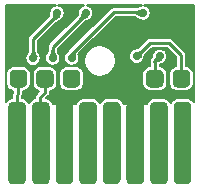
<source format=gbr>
G04 #@! TF.GenerationSoftware,KiCad,Pcbnew,(5.1.8-0-10_14)*
G04 #@! TF.CreationDate,2021-09-22T21:19:34-04:00*
G04 #@! TF.ProjectId,WiiComp,57696943-6f6d-4702-9e6b-696361645f70,1*
G04 #@! TF.SameCoordinates,Original*
G04 #@! TF.FileFunction,Copper,L2,Bot*
G04 #@! TF.FilePolarity,Positive*
%FSLAX46Y46*%
G04 Gerber Fmt 4.6, Leading zero omitted, Abs format (unit mm)*
G04 Created by KiCad (PCBNEW (5.1.8-0-10_14)) date 2021-09-22 21:19:34*
%MOMM*%
%LPD*%
G01*
G04 APERTURE LIST*
G04 #@! TA.AperFunction,ViaPad*
%ADD10C,0.700000*%
G04 #@! TD*
G04 #@! TA.AperFunction,Conductor*
%ADD11C,0.250000*%
G04 #@! TD*
G04 #@! TA.AperFunction,Conductor*
%ADD12C,0.200000*%
G04 #@! TD*
G04 #@! TA.AperFunction,Conductor*
%ADD13C,0.152400*%
G04 #@! TD*
G04 #@! TA.AperFunction,Conductor*
%ADD14C,0.025400*%
G04 #@! TD*
G04 APERTURE END LIST*
G04 #@! TA.AperFunction,ConnectorPad*
G36*
G01*
X150345000Y-82275000D02*
X150345000Y-81525000D01*
G75*
G02*
X150720000Y-81150000I375000J0D01*
G01*
X151470000Y-81150000D01*
G75*
G02*
X151845000Y-81525000I0J-375000D01*
G01*
X151845000Y-82275000D01*
G75*
G02*
X151470000Y-82650000I-375000J0D01*
G01*
X150720000Y-82650000D01*
G75*
G02*
X150345000Y-82275000I0J375000D01*
G01*
G37*
G04 #@! TD.AperFunction*
G04 #@! TA.AperFunction,ConnectorPad*
G36*
G01*
X148085000Y-82275000D02*
X148085000Y-81525000D01*
G75*
G02*
X148460000Y-81150000I375000J0D01*
G01*
X149210000Y-81150000D01*
G75*
G02*
X149585000Y-81525000I0J-375000D01*
G01*
X149585000Y-82275000D01*
G75*
G02*
X149210000Y-82650000I-375000J0D01*
G01*
X148460000Y-82650000D01*
G75*
G02*
X148085000Y-82275000I0J375000D01*
G01*
G37*
G04 #@! TD.AperFunction*
G04 #@! TA.AperFunction,ConnectorPad*
G36*
G01*
X145825000Y-82275000D02*
X145825000Y-81525000D01*
G75*
G02*
X146200000Y-81150000I375000J0D01*
G01*
X146950000Y-81150000D01*
G75*
G02*
X147325000Y-81525000I0J-375000D01*
G01*
X147325000Y-82275000D01*
G75*
G02*
X146950000Y-82650000I-375000J0D01*
G01*
X146200000Y-82650000D01*
G75*
G02*
X145825000Y-82275000I0J375000D01*
G01*
G37*
G04 #@! TD.AperFunction*
G04 #@! TA.AperFunction,ConnectorPad*
G36*
G01*
X141035000Y-82275000D02*
X141035000Y-81525000D01*
G75*
G02*
X141410000Y-81150000I375000J0D01*
G01*
X142160000Y-81150000D01*
G75*
G02*
X142535000Y-81525000I0J-375000D01*
G01*
X142535000Y-82275000D01*
G75*
G02*
X142160000Y-82650000I-375000J0D01*
G01*
X141410000Y-82650000D01*
G75*
G02*
X141035000Y-82275000I0J375000D01*
G01*
G37*
G04 #@! TD.AperFunction*
G04 #@! TA.AperFunction,ConnectorPad*
G36*
G01*
X138790000Y-82275000D02*
X138790000Y-81525000D01*
G75*
G02*
X139165000Y-81150000I375000J0D01*
G01*
X139915000Y-81150000D01*
G75*
G02*
X140290000Y-81525000I0J-375000D01*
G01*
X140290000Y-82275000D01*
G75*
G02*
X139915000Y-82650000I-375000J0D01*
G01*
X139165000Y-82650000D01*
G75*
G02*
X138790000Y-82275000I0J375000D01*
G01*
G37*
G04 #@! TD.AperFunction*
G04 #@! TA.AperFunction,ConnectorPad*
G36*
G01*
X136545000Y-82275000D02*
X136545000Y-81525000D01*
G75*
G02*
X136920000Y-81150000I375000J0D01*
G01*
X137670000Y-81150000D01*
G75*
G02*
X138045000Y-81525000I0J-375000D01*
G01*
X138045000Y-82275000D01*
G75*
G02*
X137670000Y-82650000I-375000J0D01*
G01*
X136920000Y-82650000D01*
G75*
G02*
X136545000Y-82275000I0J375000D01*
G01*
G37*
G04 #@! TD.AperFunction*
G04 #@! TA.AperFunction,SMDPad,CuDef*
G36*
G01*
X136440000Y-90485000D02*
X136440000Y-84235000D01*
G75*
G02*
X136815000Y-83860000I375000J0D01*
G01*
X137565000Y-83860000D01*
G75*
G02*
X137940000Y-84235000I0J-375000D01*
G01*
X137940000Y-90485000D01*
G75*
G02*
X137565000Y-90860000I-375000J0D01*
G01*
X136815000Y-90860000D01*
G75*
G02*
X136440000Y-90485000I0J375000D01*
G01*
G37*
G04 #@! TD.AperFunction*
G04 #@! TA.AperFunction,SMDPad,CuDef*
G36*
G01*
X138440000Y-90485000D02*
X138440000Y-84235000D01*
G75*
G02*
X138815000Y-83860000I375000J0D01*
G01*
X139565000Y-83860000D01*
G75*
G02*
X139940000Y-84235000I0J-375000D01*
G01*
X139940000Y-90485000D01*
G75*
G02*
X139565000Y-90860000I-375000J0D01*
G01*
X138815000Y-90860000D01*
G75*
G02*
X138440000Y-90485000I0J375000D01*
G01*
G37*
G04 #@! TD.AperFunction*
G04 #@! TA.AperFunction,SMDPad,CuDef*
G36*
G01*
X140440000Y-90485000D02*
X140440000Y-84235000D01*
G75*
G02*
X140815000Y-83860000I375000J0D01*
G01*
X141565000Y-83860000D01*
G75*
G02*
X141940000Y-84235000I0J-375000D01*
G01*
X141940000Y-90485000D01*
G75*
G02*
X141565000Y-90860000I-375000J0D01*
G01*
X140815000Y-90860000D01*
G75*
G02*
X140440000Y-90485000I0J375000D01*
G01*
G37*
G04 #@! TD.AperFunction*
G04 #@! TA.AperFunction,SMDPad,CuDef*
G36*
G01*
X142440000Y-90485000D02*
X142440000Y-84235000D01*
G75*
G02*
X142815000Y-83860000I375000J0D01*
G01*
X143565000Y-83860000D01*
G75*
G02*
X143940000Y-84235000I0J-375000D01*
G01*
X143940000Y-90485000D01*
G75*
G02*
X143565000Y-90860000I-375000J0D01*
G01*
X142815000Y-90860000D01*
G75*
G02*
X142440000Y-90485000I0J375000D01*
G01*
G37*
G04 #@! TD.AperFunction*
G04 #@! TA.AperFunction,SMDPad,CuDef*
G36*
G01*
X144440000Y-90485000D02*
X144440000Y-84235000D01*
G75*
G02*
X144815000Y-83860000I375000J0D01*
G01*
X145565000Y-83860000D01*
G75*
G02*
X145940000Y-84235000I0J-375000D01*
G01*
X145940000Y-90485000D01*
G75*
G02*
X145565000Y-90860000I-375000J0D01*
G01*
X144815000Y-90860000D01*
G75*
G02*
X144440000Y-90485000I0J375000D01*
G01*
G37*
G04 #@! TD.AperFunction*
G04 #@! TA.AperFunction,SMDPad,CuDef*
G36*
G01*
X146440000Y-90485000D02*
X146440000Y-84235000D01*
G75*
G02*
X146815000Y-83860000I375000J0D01*
G01*
X147565000Y-83860000D01*
G75*
G02*
X147940000Y-84235000I0J-375000D01*
G01*
X147940000Y-90485000D01*
G75*
G02*
X147565000Y-90860000I-375000J0D01*
G01*
X146815000Y-90860000D01*
G75*
G02*
X146440000Y-90485000I0J375000D01*
G01*
G37*
G04 #@! TD.AperFunction*
G04 #@! TA.AperFunction,SMDPad,CuDef*
G36*
G01*
X148440000Y-90485000D02*
X148440000Y-84235000D01*
G75*
G02*
X148815000Y-83860000I375000J0D01*
G01*
X149565000Y-83860000D01*
G75*
G02*
X149940000Y-84235000I0J-375000D01*
G01*
X149940000Y-90485000D01*
G75*
G02*
X149565000Y-90860000I-375000J0D01*
G01*
X148815000Y-90860000D01*
G75*
G02*
X148440000Y-90485000I0J375000D01*
G01*
G37*
G04 #@! TD.AperFunction*
G04 #@! TA.AperFunction,SMDPad,CuDef*
G36*
G01*
X150440000Y-90485000D02*
X150440000Y-84235000D01*
G75*
G02*
X150815000Y-83860000I375000J0D01*
G01*
X151565000Y-83860000D01*
G75*
G02*
X151940000Y-84235000I0J-375000D01*
G01*
X151940000Y-90485000D01*
G75*
G02*
X151565000Y-90860000I-375000J0D01*
G01*
X150815000Y-90860000D01*
G75*
G02*
X150440000Y-90485000I0J375000D01*
G01*
G37*
G04 #@! TD.AperFunction*
D10*
X146070000Y-79500000D03*
X139320000Y-79300000D03*
X149960000Y-83200000D03*
X138260000Y-83250000D03*
X136630000Y-78690000D03*
X149250000Y-80020000D03*
X147300000Y-79999998D03*
X140560000Y-76350000D03*
X138540000Y-80170000D03*
X147830000Y-76350000D03*
X141810000Y-80159998D03*
X142980000Y-76340000D03*
X140200000Y-80160008D03*
D11*
X137190000Y-83250000D02*
X137190000Y-87010000D01*
X137280000Y-83160000D02*
X137190000Y-83250000D01*
X137280000Y-81900000D02*
X137280000Y-83160000D01*
X141190000Y-87220000D02*
X141190000Y-83590000D01*
X147190000Y-87360000D02*
X147190000Y-83660000D01*
X148820000Y-81900000D02*
X148820000Y-80450000D01*
X148820000Y-80450000D02*
X149250000Y-80020000D01*
X148409998Y-78890000D02*
X147300000Y-79999998D01*
X150060000Y-78890000D02*
X148409998Y-78890000D01*
X151095000Y-79925000D02*
X150060000Y-78890000D01*
X151095000Y-81900000D02*
X151095000Y-79925000D01*
X139540000Y-83080000D02*
X139160000Y-83460000D01*
X139160000Y-83460000D02*
X139160000Y-87320000D01*
X139540000Y-81900000D02*
X139540000Y-83080000D01*
X138540000Y-78520000D02*
X138540000Y-80170000D01*
X140560000Y-76500000D02*
X138540000Y-78520000D01*
X140560000Y-76270000D02*
X140560000Y-76500000D01*
X145350000Y-76270000D02*
X141810000Y-79810000D01*
X141810000Y-79810000D02*
X141810000Y-80159998D01*
X147830000Y-76270000D02*
X145350000Y-76270000D01*
X140200000Y-79200000D02*
X140200000Y-80160008D01*
X142980000Y-76420000D02*
X140200000Y-79200000D01*
X142980000Y-76340000D02*
X142980000Y-76420000D01*
D12*
X140370402Y-75724979D02*
X140252110Y-75773978D01*
X140145649Y-75845112D01*
X140055112Y-75935649D01*
X139983978Y-76042110D01*
X139934979Y-76160402D01*
X139910000Y-76285981D01*
X139910000Y-76348323D01*
X139909340Y-76396223D01*
X139909313Y-76401140D01*
X139909451Y-76453821D01*
X139909105Y-76494700D01*
X139907666Y-76520983D01*
X139905803Y-76534224D01*
X139904436Y-76539377D01*
X139902443Y-76544119D01*
X139895730Y-76555458D01*
X139879142Y-76577138D01*
X139845321Y-76613638D01*
X138254243Y-78204717D01*
X138238026Y-78218026D01*
X138184916Y-78282741D01*
X138145452Y-78356574D01*
X138121150Y-78436687D01*
X138115000Y-78499127D01*
X138115000Y-78499133D01*
X138112945Y-78520000D01*
X138115000Y-78540867D01*
X138115001Y-79475236D01*
X138113029Y-79537418D01*
X138108594Y-79578117D01*
X138102987Y-79605510D01*
X138096635Y-79625684D01*
X138088038Y-79645804D01*
X138074358Y-79671999D01*
X138053452Y-79708045D01*
X138026910Y-79752867D01*
X138023871Y-79758118D01*
X137994639Y-79809840D01*
X137988956Y-79820382D01*
X137979306Y-79839170D01*
X137963978Y-79862110D01*
X137914979Y-79980402D01*
X137890000Y-80105981D01*
X137890000Y-80234019D01*
X137914979Y-80359598D01*
X137963978Y-80477890D01*
X138035112Y-80584351D01*
X138125649Y-80674888D01*
X138232110Y-80746022D01*
X138350402Y-80795021D01*
X138475981Y-80820000D01*
X138604019Y-80820000D01*
X138729598Y-80795021D01*
X138847890Y-80746022D01*
X138954351Y-80674888D01*
X139044888Y-80584351D01*
X139116022Y-80477890D01*
X139165021Y-80359598D01*
X139190000Y-80234019D01*
X139190000Y-80105981D01*
X139165021Y-79980402D01*
X139116022Y-79862110D01*
X139100691Y-79839166D01*
X139091041Y-79820378D01*
X139085360Y-79809840D01*
X139056128Y-79758118D01*
X139053089Y-79752867D01*
X139026547Y-79708045D01*
X139005641Y-79671999D01*
X138991961Y-79645804D01*
X138983364Y-79625684D01*
X138977012Y-79605510D01*
X138971405Y-79578117D01*
X138966970Y-79537418D01*
X138965000Y-79475259D01*
X138965000Y-78696040D01*
X140447841Y-77213200D01*
X140503557Y-77160125D01*
X140547518Y-77122696D01*
X140584750Y-77094794D01*
X140619017Y-77072286D01*
X140655117Y-77051137D01*
X140697210Y-77028109D01*
X140744679Y-77002237D01*
X140751041Y-76998669D01*
X140801720Y-76969427D01*
X140812503Y-76962899D01*
X140867922Y-76927739D01*
X140880357Y-76919407D01*
X140924780Y-76888010D01*
X140974351Y-76854888D01*
X141064888Y-76764351D01*
X141136022Y-76657890D01*
X141185021Y-76539598D01*
X141210000Y-76414019D01*
X141210000Y-76285981D01*
X141185021Y-76160402D01*
X141136022Y-76042110D01*
X141064888Y-75935649D01*
X140974351Y-75845112D01*
X140867890Y-75773978D01*
X140749598Y-75724979D01*
X140624019Y-75700000D01*
X142865707Y-75700000D01*
X142790402Y-75714979D01*
X142672110Y-75763978D01*
X142565649Y-75835112D01*
X142475112Y-75925649D01*
X142403978Y-76032110D01*
X142354979Y-76150402D01*
X142330000Y-76275981D01*
X142330000Y-76290355D01*
X142328876Y-76297610D01*
X142327741Y-76305656D01*
X142320503Y-76362513D01*
X142320399Y-76363338D01*
X142314544Y-76410369D01*
X142309393Y-76443593D01*
X142304766Y-76464181D01*
X142300523Y-76476913D01*
X142294847Y-76488923D01*
X142283643Y-76506731D01*
X142262068Y-76534142D01*
X142223317Y-76575643D01*
X139914243Y-78884717D01*
X139898026Y-78898026D01*
X139844916Y-78962741D01*
X139805452Y-79036574D01*
X139798358Y-79059960D01*
X139782737Y-79111457D01*
X139781150Y-79116687D01*
X139775000Y-79179127D01*
X139775000Y-79179133D01*
X139772945Y-79200000D01*
X139775000Y-79220867D01*
X139775000Y-79465253D01*
X139773029Y-79527426D01*
X139768594Y-79568125D01*
X139762987Y-79595518D01*
X139756635Y-79615692D01*
X139748038Y-79635812D01*
X139734358Y-79662007D01*
X139713452Y-79698053D01*
X139686910Y-79742875D01*
X139683871Y-79748126D01*
X139654639Y-79799848D01*
X139648956Y-79810390D01*
X139639306Y-79829178D01*
X139623978Y-79852118D01*
X139574979Y-79970410D01*
X139550000Y-80095989D01*
X139550000Y-80224027D01*
X139574979Y-80349606D01*
X139623978Y-80467898D01*
X139695112Y-80574359D01*
X139785649Y-80664896D01*
X139892110Y-80736030D01*
X140010402Y-80785029D01*
X140135981Y-80810008D01*
X140264019Y-80810008D01*
X140389598Y-80785029D01*
X140507890Y-80736030D01*
X140614351Y-80664896D01*
X140704888Y-80574359D01*
X140776022Y-80467898D01*
X140825021Y-80349606D01*
X140850000Y-80224027D01*
X140850000Y-80095989D01*
X140825021Y-79970410D01*
X140776022Y-79852118D01*
X140760691Y-79829174D01*
X140751041Y-79810386D01*
X140745360Y-79799848D01*
X140716128Y-79748126D01*
X140713089Y-79742875D01*
X140686547Y-79698053D01*
X140665641Y-79662007D01*
X140651961Y-79635812D01*
X140643364Y-79615692D01*
X140637012Y-79595518D01*
X140631405Y-79568125D01*
X140626970Y-79527426D01*
X140625000Y-79465267D01*
X140625000Y-79376040D01*
X142825102Y-77175939D01*
X142876746Y-77127026D01*
X142915857Y-77094495D01*
X142947331Y-77072114D01*
X142975071Y-77055575D01*
X143004403Y-77040887D01*
X143040582Y-77025090D01*
X143086017Y-77006467D01*
X143088109Y-77005600D01*
X143140337Y-76983731D01*
X143148857Y-76980007D01*
X143206426Y-76953776D01*
X143218490Y-76947951D01*
X143251462Y-76931111D01*
X143287890Y-76916022D01*
X143394351Y-76844888D01*
X143484888Y-76754351D01*
X143556022Y-76647890D01*
X143605021Y-76529598D01*
X143630000Y-76404019D01*
X143630000Y-76275981D01*
X143605021Y-76150402D01*
X143556022Y-76032110D01*
X143484888Y-75925649D01*
X143394351Y-75835112D01*
X143287890Y-75763978D01*
X143169598Y-75714979D01*
X143094293Y-75700000D01*
X147765981Y-75700000D01*
X147640402Y-75724979D01*
X147625071Y-75731329D01*
X147609299Y-75735269D01*
X147595357Y-75739111D01*
X147533885Y-75757655D01*
X147523262Y-75761076D01*
X147469001Y-75779673D01*
X147464400Y-75781292D01*
X147416125Y-75798719D01*
X147375040Y-75812984D01*
X147339724Y-75823624D01*
X147304548Y-75831839D01*
X147263081Y-75838408D01*
X147209595Y-75843080D01*
X147136073Y-75845000D01*
X145370866Y-75845000D01*
X145349999Y-75842945D01*
X145329132Y-75845000D01*
X145329126Y-75845000D01*
X145275098Y-75850321D01*
X145266685Y-75851150D01*
X145242383Y-75858522D01*
X145186573Y-75875452D01*
X145112740Y-75914916D01*
X145048026Y-75968026D01*
X145034721Y-75984238D01*
X141524243Y-79494716D01*
X141508026Y-79508026D01*
X141454916Y-79572741D01*
X141431672Y-79616227D01*
X141396379Y-79653543D01*
X141349520Y-79701239D01*
X141305112Y-79745647D01*
X141233978Y-79852108D01*
X141184979Y-79970400D01*
X141160000Y-80095979D01*
X141160000Y-80224017D01*
X141184979Y-80349596D01*
X141233978Y-80467888D01*
X141305112Y-80574349D01*
X141395649Y-80664886D01*
X141502110Y-80736020D01*
X141620402Y-80785019D01*
X141745981Y-80809998D01*
X141874019Y-80809998D01*
X141999598Y-80785019D01*
X142117890Y-80736020D01*
X142224351Y-80664886D01*
X142314888Y-80574349D01*
X142386022Y-80467888D01*
X142435021Y-80349596D01*
X142451247Y-80268018D01*
X142849960Y-80268018D01*
X142849960Y-80531982D01*
X142901457Y-80790875D01*
X143002472Y-81034747D01*
X143149123Y-81254226D01*
X143335774Y-81440877D01*
X143555253Y-81587528D01*
X143799125Y-81688543D01*
X144058018Y-81740040D01*
X144321982Y-81740040D01*
X144580875Y-81688543D01*
X144824747Y-81587528D01*
X144918326Y-81525000D01*
X147783549Y-81525000D01*
X147783549Y-82275000D01*
X147796547Y-82406969D01*
X147835041Y-82533867D01*
X147897552Y-82650816D01*
X147981677Y-82753323D01*
X148084184Y-82837448D01*
X148201133Y-82899959D01*
X148328031Y-82938453D01*
X148460000Y-82951451D01*
X149210000Y-82951451D01*
X149341969Y-82938453D01*
X149468867Y-82899959D01*
X149585816Y-82837448D01*
X149688323Y-82753323D01*
X149772448Y-82650816D01*
X149834959Y-82533867D01*
X149873453Y-82406969D01*
X149886451Y-82275000D01*
X149886451Y-81525000D01*
X149873453Y-81393031D01*
X149834959Y-81266133D01*
X149772448Y-81149184D01*
X149688323Y-81046677D01*
X149585816Y-80962552D01*
X149468867Y-80900041D01*
X149341969Y-80861547D01*
X149245000Y-80851996D01*
X149245000Y-80673848D01*
X149269337Y-80672320D01*
X149289777Y-80670332D01*
X149292293Y-80670000D01*
X149314019Y-80670000D01*
X149439598Y-80645021D01*
X149557890Y-80596022D01*
X149664351Y-80524888D01*
X149754888Y-80434351D01*
X149826022Y-80327890D01*
X149875021Y-80209598D01*
X149900000Y-80084019D01*
X149900000Y-79955981D01*
X149875021Y-79830402D01*
X149826022Y-79712110D01*
X149754888Y-79605649D01*
X149664351Y-79515112D01*
X149557890Y-79443978D01*
X149439598Y-79394979D01*
X149314019Y-79370000D01*
X149185981Y-79370000D01*
X149060402Y-79394979D01*
X148942110Y-79443978D01*
X148835649Y-79515112D01*
X148745112Y-79605649D01*
X148673978Y-79712110D01*
X148624979Y-79830402D01*
X148600000Y-79955981D01*
X148600000Y-80006705D01*
X148598045Y-80028696D01*
X148596329Y-80032124D01*
X148584699Y-80049266D01*
X148559910Y-80081419D01*
X148557054Y-80085185D01*
X148526714Y-80125848D01*
X148512113Y-80147293D01*
X148492072Y-80179652D01*
X148464917Y-80212740D01*
X148451921Y-80237055D01*
X148425453Y-80286573D01*
X148401150Y-80366686D01*
X148392945Y-80450000D01*
X148395001Y-80470876D01*
X148395001Y-80854951D01*
X148328031Y-80861547D01*
X148201133Y-80900041D01*
X148084184Y-80962552D01*
X147981677Y-81046677D01*
X147897552Y-81149184D01*
X147835041Y-81266133D01*
X147796547Y-81393031D01*
X147783549Y-81525000D01*
X144918326Y-81525000D01*
X145044226Y-81440877D01*
X145230877Y-81254226D01*
X145377528Y-81034747D01*
X145478543Y-80790875D01*
X145530040Y-80531982D01*
X145530040Y-80268018D01*
X145478543Y-80009125D01*
X145448245Y-79935979D01*
X146650000Y-79935979D01*
X146650000Y-80064017D01*
X146674979Y-80189596D01*
X146723978Y-80307888D01*
X146795112Y-80414349D01*
X146885649Y-80504886D01*
X146992110Y-80576020D01*
X147110402Y-80625019D01*
X147235981Y-80649998D01*
X147364019Y-80649998D01*
X147489598Y-80625019D01*
X147607890Y-80576020D01*
X147714351Y-80504886D01*
X147804888Y-80414349D01*
X147876022Y-80307888D01*
X147925021Y-80189596D01*
X147930408Y-80162513D01*
X147936864Y-80142420D01*
X147940298Y-80130954D01*
X147956201Y-80073711D01*
X147957767Y-80067843D01*
X147970696Y-80017364D01*
X147981391Y-79977133D01*
X147990246Y-79948922D01*
X147998398Y-79928607D01*
X148008169Y-79909855D01*
X148023571Y-79886524D01*
X148049210Y-79854616D01*
X148091778Y-79809261D01*
X148586039Y-79315000D01*
X149883960Y-79315000D01*
X150670001Y-80101042D01*
X150670001Y-80853474D01*
X150588031Y-80861547D01*
X150461133Y-80900041D01*
X150344184Y-80962552D01*
X150241677Y-81046677D01*
X150157552Y-81149184D01*
X150095041Y-81266133D01*
X150056547Y-81393031D01*
X150043549Y-81525000D01*
X150043549Y-82275000D01*
X150056547Y-82406969D01*
X150095041Y-82533867D01*
X150157552Y-82650816D01*
X150241677Y-82753323D01*
X150344184Y-82837448D01*
X150461133Y-82899959D01*
X150588031Y-82938453D01*
X150720000Y-82951451D01*
X151470000Y-82951451D01*
X151601969Y-82938453D01*
X151728867Y-82899959D01*
X151845816Y-82837448D01*
X151948323Y-82753323D01*
X152032448Y-82650816D01*
X152094959Y-82533867D01*
X152133453Y-82406969D01*
X152146451Y-82275000D01*
X152146451Y-81525000D01*
X152133453Y-81393031D01*
X152094959Y-81266133D01*
X152032448Y-81149184D01*
X151948323Y-81046677D01*
X151845816Y-80962552D01*
X151728867Y-80900041D01*
X151601969Y-80861547D01*
X151520000Y-80853474D01*
X151520000Y-79945866D01*
X151522055Y-79924999D01*
X151520000Y-79904132D01*
X151520000Y-79904126D01*
X151513850Y-79841686D01*
X151512299Y-79836571D01*
X151504390Y-79810501D01*
X151489548Y-79761573D01*
X151450084Y-79687740D01*
X151396974Y-79623026D01*
X151380762Y-79609721D01*
X150375283Y-78604243D01*
X150361974Y-78588026D01*
X150297260Y-78534916D01*
X150223427Y-78495452D01*
X150143314Y-78471150D01*
X150080874Y-78465000D01*
X150080867Y-78465000D01*
X150060000Y-78462945D01*
X150039133Y-78465000D01*
X148430864Y-78465000D01*
X148409997Y-78462945D01*
X148389130Y-78465000D01*
X148389124Y-78465000D01*
X148335096Y-78470321D01*
X148326683Y-78471150D01*
X148302381Y-78478522D01*
X148246571Y-78495452D01*
X148172738Y-78534916D01*
X148108024Y-78588026D01*
X148094719Y-78604238D01*
X147490742Y-79208216D01*
X147445382Y-79250787D01*
X147413473Y-79276426D01*
X147390142Y-79291828D01*
X147371390Y-79301599D01*
X147351075Y-79309751D01*
X147322864Y-79318606D01*
X147282633Y-79329301D01*
X147232154Y-79342230D01*
X147226286Y-79343796D01*
X147169043Y-79359699D01*
X147157571Y-79363134D01*
X147137470Y-79369593D01*
X147110402Y-79374977D01*
X146992110Y-79423976D01*
X146885649Y-79495110D01*
X146795112Y-79585647D01*
X146723978Y-79692108D01*
X146674979Y-79810400D01*
X146650000Y-79935979D01*
X145448245Y-79935979D01*
X145377528Y-79765253D01*
X145230877Y-79545774D01*
X145044226Y-79359123D01*
X144824747Y-79212472D01*
X144580875Y-79111457D01*
X144321982Y-79059960D01*
X144058018Y-79059960D01*
X143799125Y-79111457D01*
X143555253Y-79212472D01*
X143335774Y-79359123D01*
X143149123Y-79545774D01*
X143002472Y-79765253D01*
X142901457Y-80009125D01*
X142849960Y-80268018D01*
X142451247Y-80268018D01*
X142460000Y-80224017D01*
X142460000Y-80095979D01*
X142435021Y-79970400D01*
X142386022Y-79852108D01*
X142380927Y-79844483D01*
X142379638Y-79841402D01*
X145526041Y-76695000D01*
X147134562Y-76695000D01*
X147187596Y-76696920D01*
X147218213Y-76700785D01*
X147234620Y-76704760D01*
X147243054Y-76707994D01*
X147251199Y-76712396D01*
X147265323Y-76722169D01*
X147288622Y-76741055D01*
X147322077Y-76770317D01*
X147363457Y-76806760D01*
X147368592Y-76811181D01*
X147389706Y-76828945D01*
X147415649Y-76854888D01*
X147522110Y-76926022D01*
X147640402Y-76975021D01*
X147765981Y-77000000D01*
X147894019Y-77000000D01*
X148019598Y-76975021D01*
X148137890Y-76926022D01*
X148244351Y-76854888D01*
X148334888Y-76764351D01*
X148406022Y-76657890D01*
X148455021Y-76539598D01*
X148480000Y-76414019D01*
X148480000Y-76285981D01*
X148455021Y-76160402D01*
X148406022Y-76042110D01*
X148334888Y-75935649D01*
X148244351Y-75845112D01*
X148137890Y-75773978D01*
X148019598Y-75724979D01*
X147894019Y-75700000D01*
X152150000Y-75700000D01*
X152150001Y-83901377D01*
X152127448Y-83859184D01*
X152043323Y-83756677D01*
X151940816Y-83672552D01*
X151823867Y-83610041D01*
X151696969Y-83571547D01*
X151565000Y-83558549D01*
X150815000Y-83558549D01*
X150683031Y-83571547D01*
X150556133Y-83610041D01*
X150439184Y-83672552D01*
X150336677Y-83756677D01*
X150252552Y-83859184D01*
X150190041Y-83976133D01*
X150190000Y-83976268D01*
X150189959Y-83976133D01*
X150127448Y-83859184D01*
X150043323Y-83756677D01*
X149940816Y-83672552D01*
X149823867Y-83610041D01*
X149696969Y-83571547D01*
X149565000Y-83558549D01*
X148815000Y-83558549D01*
X148683031Y-83571547D01*
X148556133Y-83610041D01*
X148439184Y-83672552D01*
X148336677Y-83756677D01*
X148252552Y-83859184D01*
X148190041Y-83976133D01*
X148176734Y-84020000D01*
X146203266Y-84020000D01*
X146189959Y-83976133D01*
X146127448Y-83859184D01*
X146043323Y-83756677D01*
X145940816Y-83672552D01*
X145823867Y-83610041D01*
X145696969Y-83571547D01*
X145565000Y-83558549D01*
X144815000Y-83558549D01*
X144683031Y-83571547D01*
X144556133Y-83610041D01*
X144439184Y-83672552D01*
X144336677Y-83756677D01*
X144252552Y-83859184D01*
X144190041Y-83976133D01*
X144190000Y-83976268D01*
X144189959Y-83976133D01*
X144127448Y-83859184D01*
X144043323Y-83756677D01*
X143940816Y-83672552D01*
X143823867Y-83610041D01*
X143696969Y-83571547D01*
X143565000Y-83558549D01*
X142815000Y-83558549D01*
X142683031Y-83571547D01*
X142556133Y-83610041D01*
X142439184Y-83672552D01*
X142336677Y-83756677D01*
X142252552Y-83859184D01*
X142190041Y-83976133D01*
X142176734Y-84020000D01*
X140203266Y-84020000D01*
X140189959Y-83976133D01*
X140127448Y-83859184D01*
X140043323Y-83756677D01*
X139940816Y-83672552D01*
X139823867Y-83610041D01*
X139696969Y-83571547D01*
X139653750Y-83567290D01*
X139825762Y-83395279D01*
X139841974Y-83381974D01*
X139895084Y-83317260D01*
X139934548Y-83243427D01*
X139958850Y-83163314D01*
X139965000Y-83100874D01*
X139965000Y-83100868D01*
X139967055Y-83080001D01*
X139965000Y-83059134D01*
X139965000Y-82946526D01*
X140046969Y-82938453D01*
X140173867Y-82899959D01*
X140290816Y-82837448D01*
X140393323Y-82753323D01*
X140477448Y-82650816D01*
X140539959Y-82533867D01*
X140578453Y-82406969D01*
X140591451Y-82275000D01*
X140591451Y-81525000D01*
X140733549Y-81525000D01*
X140733549Y-82275000D01*
X140746547Y-82406969D01*
X140785041Y-82533867D01*
X140847552Y-82650816D01*
X140931677Y-82753323D01*
X141034184Y-82837448D01*
X141151133Y-82899959D01*
X141278031Y-82938453D01*
X141410000Y-82951451D01*
X142160000Y-82951451D01*
X142291969Y-82938453D01*
X142418867Y-82899959D01*
X142535816Y-82837448D01*
X142638323Y-82753323D01*
X142722448Y-82650816D01*
X142784959Y-82533867D01*
X142823453Y-82406969D01*
X142836451Y-82275000D01*
X142836451Y-81525000D01*
X142823453Y-81393031D01*
X142784959Y-81266133D01*
X142722448Y-81149184D01*
X142638323Y-81046677D01*
X142535816Y-80962552D01*
X142418867Y-80900041D01*
X142291969Y-80861547D01*
X142160000Y-80848549D01*
X141410000Y-80848549D01*
X141278031Y-80861547D01*
X141151133Y-80900041D01*
X141034184Y-80962552D01*
X140931677Y-81046677D01*
X140847552Y-81149184D01*
X140785041Y-81266133D01*
X140746547Y-81393031D01*
X140733549Y-81525000D01*
X140591451Y-81525000D01*
X140578453Y-81393031D01*
X140539959Y-81266133D01*
X140477448Y-81149184D01*
X140393323Y-81046677D01*
X140290816Y-80962552D01*
X140173867Y-80900041D01*
X140046969Y-80861547D01*
X139915000Y-80848549D01*
X139165000Y-80848549D01*
X139033031Y-80861547D01*
X138906133Y-80900041D01*
X138789184Y-80962552D01*
X138686677Y-81046677D01*
X138602552Y-81149184D01*
X138540041Y-81266133D01*
X138501547Y-81393031D01*
X138488549Y-81525000D01*
X138488549Y-82275000D01*
X138501547Y-82406969D01*
X138540041Y-82533867D01*
X138602552Y-82650816D01*
X138686677Y-82753323D01*
X138789184Y-82837448D01*
X138906133Y-82899959D01*
X139033031Y-82938453D01*
X139076250Y-82942710D01*
X138874243Y-83144717D01*
X138858026Y-83158026D01*
X138804916Y-83222741D01*
X138765452Y-83296574D01*
X138741150Y-83376687D01*
X138735000Y-83439127D01*
X138735000Y-83439133D01*
X138732945Y-83460000D01*
X138735000Y-83480867D01*
X138735000Y-83566428D01*
X138683031Y-83571547D01*
X138556133Y-83610041D01*
X138439184Y-83672552D01*
X138336677Y-83756677D01*
X138252552Y-83859184D01*
X138190041Y-83976133D01*
X138190000Y-83976268D01*
X138189959Y-83976133D01*
X138127448Y-83859184D01*
X138043323Y-83756677D01*
X137940816Y-83672552D01*
X137823867Y-83610041D01*
X137696969Y-83571547D01*
X137615000Y-83563474D01*
X137615000Y-83421732D01*
X137635084Y-83397260D01*
X137674548Y-83323427D01*
X137696822Y-83250000D01*
X137698850Y-83243315D01*
X137700876Y-83222740D01*
X137705000Y-83180874D01*
X137705000Y-83180868D01*
X137707055Y-83160001D01*
X137705000Y-83139134D01*
X137705000Y-82948004D01*
X137801969Y-82938453D01*
X137928867Y-82899959D01*
X138045816Y-82837448D01*
X138148323Y-82753323D01*
X138232448Y-82650816D01*
X138294959Y-82533867D01*
X138333453Y-82406969D01*
X138346451Y-82275000D01*
X138346451Y-81525000D01*
X138333453Y-81393031D01*
X138294959Y-81266133D01*
X138232448Y-81149184D01*
X138148323Y-81046677D01*
X138045816Y-80962552D01*
X137928867Y-80900041D01*
X137801969Y-80861547D01*
X137670000Y-80848549D01*
X136920000Y-80848549D01*
X136788031Y-80861547D01*
X136661133Y-80900041D01*
X136544184Y-80962552D01*
X136441677Y-81046677D01*
X136357552Y-81149184D01*
X136295041Y-81266133D01*
X136256547Y-81393031D01*
X136243549Y-81525000D01*
X136243549Y-82275000D01*
X136256547Y-82406969D01*
X136295041Y-82533867D01*
X136357552Y-82650816D01*
X136441677Y-82753323D01*
X136544184Y-82837448D01*
X136661133Y-82899959D01*
X136788031Y-82938453D01*
X136855001Y-82945049D01*
X136855001Y-82988267D01*
X136834916Y-83012741D01*
X136795452Y-83086574D01*
X136771150Y-83166687D01*
X136765000Y-83229127D01*
X136765000Y-83229133D01*
X136762945Y-83250000D01*
X136765000Y-83270867D01*
X136765000Y-83563474D01*
X136683031Y-83571547D01*
X136556133Y-83610041D01*
X136439184Y-83672552D01*
X136336677Y-83756677D01*
X136252552Y-83859184D01*
X136240000Y-83882667D01*
X136240000Y-75700000D01*
X140495981Y-75700000D01*
X140370402Y-75724979D01*
G04 #@! TA.AperFunction,Conductor*
D13*
G36*
X140370402Y-75724979D02*
G01*
X140252110Y-75773978D01*
X140145649Y-75845112D01*
X140055112Y-75935649D01*
X139983978Y-76042110D01*
X139934979Y-76160402D01*
X139910000Y-76285981D01*
X139910000Y-76348323D01*
X139909340Y-76396223D01*
X139909313Y-76401140D01*
X139909451Y-76453821D01*
X139909105Y-76494700D01*
X139907666Y-76520983D01*
X139905803Y-76534224D01*
X139904436Y-76539377D01*
X139902443Y-76544119D01*
X139895730Y-76555458D01*
X139879142Y-76577138D01*
X139845321Y-76613638D01*
X138254243Y-78204717D01*
X138238026Y-78218026D01*
X138184916Y-78282741D01*
X138145452Y-78356574D01*
X138121150Y-78436687D01*
X138115000Y-78499127D01*
X138115000Y-78499133D01*
X138112945Y-78520000D01*
X138115000Y-78540867D01*
X138115001Y-79475236D01*
X138113029Y-79537418D01*
X138108594Y-79578117D01*
X138102987Y-79605510D01*
X138096635Y-79625684D01*
X138088038Y-79645804D01*
X138074358Y-79671999D01*
X138053452Y-79708045D01*
X138026910Y-79752867D01*
X138023871Y-79758118D01*
X137994639Y-79809840D01*
X137988956Y-79820382D01*
X137979306Y-79839170D01*
X137963978Y-79862110D01*
X137914979Y-79980402D01*
X137890000Y-80105981D01*
X137890000Y-80234019D01*
X137914979Y-80359598D01*
X137963978Y-80477890D01*
X138035112Y-80584351D01*
X138125649Y-80674888D01*
X138232110Y-80746022D01*
X138350402Y-80795021D01*
X138475981Y-80820000D01*
X138604019Y-80820000D01*
X138729598Y-80795021D01*
X138847890Y-80746022D01*
X138954351Y-80674888D01*
X139044888Y-80584351D01*
X139116022Y-80477890D01*
X139165021Y-80359598D01*
X139190000Y-80234019D01*
X139190000Y-80105981D01*
X139165021Y-79980402D01*
X139116022Y-79862110D01*
X139100691Y-79839166D01*
X139091041Y-79820378D01*
X139085360Y-79809840D01*
X139056128Y-79758118D01*
X139053089Y-79752867D01*
X139026547Y-79708045D01*
X139005641Y-79671999D01*
X138991961Y-79645804D01*
X138983364Y-79625684D01*
X138977012Y-79605510D01*
X138971405Y-79578117D01*
X138966970Y-79537418D01*
X138965000Y-79475259D01*
X138965000Y-78696040D01*
X140447841Y-77213200D01*
X140503557Y-77160125D01*
X140547518Y-77122696D01*
X140584750Y-77094794D01*
X140619017Y-77072286D01*
X140655117Y-77051137D01*
X140697210Y-77028109D01*
X140744679Y-77002237D01*
X140751041Y-76998669D01*
X140801720Y-76969427D01*
X140812503Y-76962899D01*
X140867922Y-76927739D01*
X140880357Y-76919407D01*
X140924780Y-76888010D01*
X140974351Y-76854888D01*
X141064888Y-76764351D01*
X141136022Y-76657890D01*
X141185021Y-76539598D01*
X141210000Y-76414019D01*
X141210000Y-76285981D01*
X141185021Y-76160402D01*
X141136022Y-76042110D01*
X141064888Y-75935649D01*
X140974351Y-75845112D01*
X140867890Y-75773978D01*
X140749598Y-75724979D01*
X140624019Y-75700000D01*
X142865707Y-75700000D01*
X142790402Y-75714979D01*
X142672110Y-75763978D01*
X142565649Y-75835112D01*
X142475112Y-75925649D01*
X142403978Y-76032110D01*
X142354979Y-76150402D01*
X142330000Y-76275981D01*
X142330000Y-76290355D01*
X142328876Y-76297610D01*
X142327741Y-76305656D01*
X142320503Y-76362513D01*
X142320399Y-76363338D01*
X142314544Y-76410369D01*
X142309393Y-76443593D01*
X142304766Y-76464181D01*
X142300523Y-76476913D01*
X142294847Y-76488923D01*
X142283643Y-76506731D01*
X142262068Y-76534142D01*
X142223317Y-76575643D01*
X139914243Y-78884717D01*
X139898026Y-78898026D01*
X139844916Y-78962741D01*
X139805452Y-79036574D01*
X139798358Y-79059960D01*
X139782737Y-79111457D01*
X139781150Y-79116687D01*
X139775000Y-79179127D01*
X139775000Y-79179133D01*
X139772945Y-79200000D01*
X139775000Y-79220867D01*
X139775000Y-79465253D01*
X139773029Y-79527426D01*
X139768594Y-79568125D01*
X139762987Y-79595518D01*
X139756635Y-79615692D01*
X139748038Y-79635812D01*
X139734358Y-79662007D01*
X139713452Y-79698053D01*
X139686910Y-79742875D01*
X139683871Y-79748126D01*
X139654639Y-79799848D01*
X139648956Y-79810390D01*
X139639306Y-79829178D01*
X139623978Y-79852118D01*
X139574979Y-79970410D01*
X139550000Y-80095989D01*
X139550000Y-80224027D01*
X139574979Y-80349606D01*
X139623978Y-80467898D01*
X139695112Y-80574359D01*
X139785649Y-80664896D01*
X139892110Y-80736030D01*
X140010402Y-80785029D01*
X140135981Y-80810008D01*
X140264019Y-80810008D01*
X140389598Y-80785029D01*
X140507890Y-80736030D01*
X140614351Y-80664896D01*
X140704888Y-80574359D01*
X140776022Y-80467898D01*
X140825021Y-80349606D01*
X140850000Y-80224027D01*
X140850000Y-80095989D01*
X140825021Y-79970410D01*
X140776022Y-79852118D01*
X140760691Y-79829174D01*
X140751041Y-79810386D01*
X140745360Y-79799848D01*
X140716128Y-79748126D01*
X140713089Y-79742875D01*
X140686547Y-79698053D01*
X140665641Y-79662007D01*
X140651961Y-79635812D01*
X140643364Y-79615692D01*
X140637012Y-79595518D01*
X140631405Y-79568125D01*
X140626970Y-79527426D01*
X140625000Y-79465267D01*
X140625000Y-79376040D01*
X142825102Y-77175939D01*
X142876746Y-77127026D01*
X142915857Y-77094495D01*
X142947331Y-77072114D01*
X142975071Y-77055575D01*
X143004403Y-77040887D01*
X143040582Y-77025090D01*
X143086017Y-77006467D01*
X143088109Y-77005600D01*
X143140337Y-76983731D01*
X143148857Y-76980007D01*
X143206426Y-76953776D01*
X143218490Y-76947951D01*
X143251462Y-76931111D01*
X143287890Y-76916022D01*
X143394351Y-76844888D01*
X143484888Y-76754351D01*
X143556022Y-76647890D01*
X143605021Y-76529598D01*
X143630000Y-76404019D01*
X143630000Y-76275981D01*
X143605021Y-76150402D01*
X143556022Y-76032110D01*
X143484888Y-75925649D01*
X143394351Y-75835112D01*
X143287890Y-75763978D01*
X143169598Y-75714979D01*
X143094293Y-75700000D01*
X147765981Y-75700000D01*
X147640402Y-75724979D01*
X147625071Y-75731329D01*
X147609299Y-75735269D01*
X147595357Y-75739111D01*
X147533885Y-75757655D01*
X147523262Y-75761076D01*
X147469001Y-75779673D01*
X147464400Y-75781292D01*
X147416125Y-75798719D01*
X147375040Y-75812984D01*
X147339724Y-75823624D01*
X147304548Y-75831839D01*
X147263081Y-75838408D01*
X147209595Y-75843080D01*
X147136073Y-75845000D01*
X145370866Y-75845000D01*
X145349999Y-75842945D01*
X145329132Y-75845000D01*
X145329126Y-75845000D01*
X145275098Y-75850321D01*
X145266685Y-75851150D01*
X145242383Y-75858522D01*
X145186573Y-75875452D01*
X145112740Y-75914916D01*
X145048026Y-75968026D01*
X145034721Y-75984238D01*
X141524243Y-79494716D01*
X141508026Y-79508026D01*
X141454916Y-79572741D01*
X141431672Y-79616227D01*
X141396379Y-79653543D01*
X141349520Y-79701239D01*
X141305112Y-79745647D01*
X141233978Y-79852108D01*
X141184979Y-79970400D01*
X141160000Y-80095979D01*
X141160000Y-80224017D01*
X141184979Y-80349596D01*
X141233978Y-80467888D01*
X141305112Y-80574349D01*
X141395649Y-80664886D01*
X141502110Y-80736020D01*
X141620402Y-80785019D01*
X141745981Y-80809998D01*
X141874019Y-80809998D01*
X141999598Y-80785019D01*
X142117890Y-80736020D01*
X142224351Y-80664886D01*
X142314888Y-80574349D01*
X142386022Y-80467888D01*
X142435021Y-80349596D01*
X142451247Y-80268018D01*
X142849960Y-80268018D01*
X142849960Y-80531982D01*
X142901457Y-80790875D01*
X143002472Y-81034747D01*
X143149123Y-81254226D01*
X143335774Y-81440877D01*
X143555253Y-81587528D01*
X143799125Y-81688543D01*
X144058018Y-81740040D01*
X144321982Y-81740040D01*
X144580875Y-81688543D01*
X144824747Y-81587528D01*
X144918326Y-81525000D01*
X147783549Y-81525000D01*
X147783549Y-82275000D01*
X147796547Y-82406969D01*
X147835041Y-82533867D01*
X147897552Y-82650816D01*
X147981677Y-82753323D01*
X148084184Y-82837448D01*
X148201133Y-82899959D01*
X148328031Y-82938453D01*
X148460000Y-82951451D01*
X149210000Y-82951451D01*
X149341969Y-82938453D01*
X149468867Y-82899959D01*
X149585816Y-82837448D01*
X149688323Y-82753323D01*
X149772448Y-82650816D01*
X149834959Y-82533867D01*
X149873453Y-82406969D01*
X149886451Y-82275000D01*
X149886451Y-81525000D01*
X149873453Y-81393031D01*
X149834959Y-81266133D01*
X149772448Y-81149184D01*
X149688323Y-81046677D01*
X149585816Y-80962552D01*
X149468867Y-80900041D01*
X149341969Y-80861547D01*
X149245000Y-80851996D01*
X149245000Y-80673848D01*
X149269337Y-80672320D01*
X149289777Y-80670332D01*
X149292293Y-80670000D01*
X149314019Y-80670000D01*
X149439598Y-80645021D01*
X149557890Y-80596022D01*
X149664351Y-80524888D01*
X149754888Y-80434351D01*
X149826022Y-80327890D01*
X149875021Y-80209598D01*
X149900000Y-80084019D01*
X149900000Y-79955981D01*
X149875021Y-79830402D01*
X149826022Y-79712110D01*
X149754888Y-79605649D01*
X149664351Y-79515112D01*
X149557890Y-79443978D01*
X149439598Y-79394979D01*
X149314019Y-79370000D01*
X149185981Y-79370000D01*
X149060402Y-79394979D01*
X148942110Y-79443978D01*
X148835649Y-79515112D01*
X148745112Y-79605649D01*
X148673978Y-79712110D01*
X148624979Y-79830402D01*
X148600000Y-79955981D01*
X148600000Y-80006705D01*
X148598045Y-80028696D01*
X148596329Y-80032124D01*
X148584699Y-80049266D01*
X148559910Y-80081419D01*
X148557054Y-80085185D01*
X148526714Y-80125848D01*
X148512113Y-80147293D01*
X148492072Y-80179652D01*
X148464917Y-80212740D01*
X148451921Y-80237055D01*
X148425453Y-80286573D01*
X148401150Y-80366686D01*
X148392945Y-80450000D01*
X148395001Y-80470876D01*
X148395001Y-80854951D01*
X148328031Y-80861547D01*
X148201133Y-80900041D01*
X148084184Y-80962552D01*
X147981677Y-81046677D01*
X147897552Y-81149184D01*
X147835041Y-81266133D01*
X147796547Y-81393031D01*
X147783549Y-81525000D01*
X144918326Y-81525000D01*
X145044226Y-81440877D01*
X145230877Y-81254226D01*
X145377528Y-81034747D01*
X145478543Y-80790875D01*
X145530040Y-80531982D01*
X145530040Y-80268018D01*
X145478543Y-80009125D01*
X145448245Y-79935979D01*
X146650000Y-79935979D01*
X146650000Y-80064017D01*
X146674979Y-80189596D01*
X146723978Y-80307888D01*
X146795112Y-80414349D01*
X146885649Y-80504886D01*
X146992110Y-80576020D01*
X147110402Y-80625019D01*
X147235981Y-80649998D01*
X147364019Y-80649998D01*
X147489598Y-80625019D01*
X147607890Y-80576020D01*
X147714351Y-80504886D01*
X147804888Y-80414349D01*
X147876022Y-80307888D01*
X147925021Y-80189596D01*
X147930408Y-80162513D01*
X147936864Y-80142420D01*
X147940298Y-80130954D01*
X147956201Y-80073711D01*
X147957767Y-80067843D01*
X147970696Y-80017364D01*
X147981391Y-79977133D01*
X147990246Y-79948922D01*
X147998398Y-79928607D01*
X148008169Y-79909855D01*
X148023571Y-79886524D01*
X148049210Y-79854616D01*
X148091778Y-79809261D01*
X148586039Y-79315000D01*
X149883960Y-79315000D01*
X150670001Y-80101042D01*
X150670001Y-80853474D01*
X150588031Y-80861547D01*
X150461133Y-80900041D01*
X150344184Y-80962552D01*
X150241677Y-81046677D01*
X150157552Y-81149184D01*
X150095041Y-81266133D01*
X150056547Y-81393031D01*
X150043549Y-81525000D01*
X150043549Y-82275000D01*
X150056547Y-82406969D01*
X150095041Y-82533867D01*
X150157552Y-82650816D01*
X150241677Y-82753323D01*
X150344184Y-82837448D01*
X150461133Y-82899959D01*
X150588031Y-82938453D01*
X150720000Y-82951451D01*
X151470000Y-82951451D01*
X151601969Y-82938453D01*
X151728867Y-82899959D01*
X151845816Y-82837448D01*
X151948323Y-82753323D01*
X152032448Y-82650816D01*
X152094959Y-82533867D01*
X152133453Y-82406969D01*
X152146451Y-82275000D01*
X152146451Y-81525000D01*
X152133453Y-81393031D01*
X152094959Y-81266133D01*
X152032448Y-81149184D01*
X151948323Y-81046677D01*
X151845816Y-80962552D01*
X151728867Y-80900041D01*
X151601969Y-80861547D01*
X151520000Y-80853474D01*
X151520000Y-79945866D01*
X151522055Y-79924999D01*
X151520000Y-79904132D01*
X151520000Y-79904126D01*
X151513850Y-79841686D01*
X151512299Y-79836571D01*
X151504390Y-79810501D01*
X151489548Y-79761573D01*
X151450084Y-79687740D01*
X151396974Y-79623026D01*
X151380762Y-79609721D01*
X150375283Y-78604243D01*
X150361974Y-78588026D01*
X150297260Y-78534916D01*
X150223427Y-78495452D01*
X150143314Y-78471150D01*
X150080874Y-78465000D01*
X150080867Y-78465000D01*
X150060000Y-78462945D01*
X150039133Y-78465000D01*
X148430864Y-78465000D01*
X148409997Y-78462945D01*
X148389130Y-78465000D01*
X148389124Y-78465000D01*
X148335096Y-78470321D01*
X148326683Y-78471150D01*
X148302381Y-78478522D01*
X148246571Y-78495452D01*
X148172738Y-78534916D01*
X148108024Y-78588026D01*
X148094719Y-78604238D01*
X147490742Y-79208216D01*
X147445382Y-79250787D01*
X147413473Y-79276426D01*
X147390142Y-79291828D01*
X147371390Y-79301599D01*
X147351075Y-79309751D01*
X147322864Y-79318606D01*
X147282633Y-79329301D01*
X147232154Y-79342230D01*
X147226286Y-79343796D01*
X147169043Y-79359699D01*
X147157571Y-79363134D01*
X147137470Y-79369593D01*
X147110402Y-79374977D01*
X146992110Y-79423976D01*
X146885649Y-79495110D01*
X146795112Y-79585647D01*
X146723978Y-79692108D01*
X146674979Y-79810400D01*
X146650000Y-79935979D01*
X145448245Y-79935979D01*
X145377528Y-79765253D01*
X145230877Y-79545774D01*
X145044226Y-79359123D01*
X144824747Y-79212472D01*
X144580875Y-79111457D01*
X144321982Y-79059960D01*
X144058018Y-79059960D01*
X143799125Y-79111457D01*
X143555253Y-79212472D01*
X143335774Y-79359123D01*
X143149123Y-79545774D01*
X143002472Y-79765253D01*
X142901457Y-80009125D01*
X142849960Y-80268018D01*
X142451247Y-80268018D01*
X142460000Y-80224017D01*
X142460000Y-80095979D01*
X142435021Y-79970400D01*
X142386022Y-79852108D01*
X142380927Y-79844483D01*
X142379638Y-79841402D01*
X145526041Y-76695000D01*
X147134562Y-76695000D01*
X147187596Y-76696920D01*
X147218213Y-76700785D01*
X147234620Y-76704760D01*
X147243054Y-76707994D01*
X147251199Y-76712396D01*
X147265323Y-76722169D01*
X147288622Y-76741055D01*
X147322077Y-76770317D01*
X147363457Y-76806760D01*
X147368592Y-76811181D01*
X147389706Y-76828945D01*
X147415649Y-76854888D01*
X147522110Y-76926022D01*
X147640402Y-76975021D01*
X147765981Y-77000000D01*
X147894019Y-77000000D01*
X148019598Y-76975021D01*
X148137890Y-76926022D01*
X148244351Y-76854888D01*
X148334888Y-76764351D01*
X148406022Y-76657890D01*
X148455021Y-76539598D01*
X148480000Y-76414019D01*
X148480000Y-76285981D01*
X148455021Y-76160402D01*
X148406022Y-76042110D01*
X148334888Y-75935649D01*
X148244351Y-75845112D01*
X148137890Y-75773978D01*
X148019598Y-75724979D01*
X147894019Y-75700000D01*
X152150000Y-75700000D01*
X152150001Y-83901377D01*
X152127448Y-83859184D01*
X152043323Y-83756677D01*
X151940816Y-83672552D01*
X151823867Y-83610041D01*
X151696969Y-83571547D01*
X151565000Y-83558549D01*
X150815000Y-83558549D01*
X150683031Y-83571547D01*
X150556133Y-83610041D01*
X150439184Y-83672552D01*
X150336677Y-83756677D01*
X150252552Y-83859184D01*
X150190041Y-83976133D01*
X150190000Y-83976268D01*
X150189959Y-83976133D01*
X150127448Y-83859184D01*
X150043323Y-83756677D01*
X149940816Y-83672552D01*
X149823867Y-83610041D01*
X149696969Y-83571547D01*
X149565000Y-83558549D01*
X148815000Y-83558549D01*
X148683031Y-83571547D01*
X148556133Y-83610041D01*
X148439184Y-83672552D01*
X148336677Y-83756677D01*
X148252552Y-83859184D01*
X148190041Y-83976133D01*
X148176734Y-84020000D01*
X146203266Y-84020000D01*
X146189959Y-83976133D01*
X146127448Y-83859184D01*
X146043323Y-83756677D01*
X145940816Y-83672552D01*
X145823867Y-83610041D01*
X145696969Y-83571547D01*
X145565000Y-83558549D01*
X144815000Y-83558549D01*
X144683031Y-83571547D01*
X144556133Y-83610041D01*
X144439184Y-83672552D01*
X144336677Y-83756677D01*
X144252552Y-83859184D01*
X144190041Y-83976133D01*
X144190000Y-83976268D01*
X144189959Y-83976133D01*
X144127448Y-83859184D01*
X144043323Y-83756677D01*
X143940816Y-83672552D01*
X143823867Y-83610041D01*
X143696969Y-83571547D01*
X143565000Y-83558549D01*
X142815000Y-83558549D01*
X142683031Y-83571547D01*
X142556133Y-83610041D01*
X142439184Y-83672552D01*
X142336677Y-83756677D01*
X142252552Y-83859184D01*
X142190041Y-83976133D01*
X142176734Y-84020000D01*
X140203266Y-84020000D01*
X140189959Y-83976133D01*
X140127448Y-83859184D01*
X140043323Y-83756677D01*
X139940816Y-83672552D01*
X139823867Y-83610041D01*
X139696969Y-83571547D01*
X139653750Y-83567290D01*
X139825762Y-83395279D01*
X139841974Y-83381974D01*
X139895084Y-83317260D01*
X139934548Y-83243427D01*
X139958850Y-83163314D01*
X139965000Y-83100874D01*
X139965000Y-83100868D01*
X139967055Y-83080001D01*
X139965000Y-83059134D01*
X139965000Y-82946526D01*
X140046969Y-82938453D01*
X140173867Y-82899959D01*
X140290816Y-82837448D01*
X140393323Y-82753323D01*
X140477448Y-82650816D01*
X140539959Y-82533867D01*
X140578453Y-82406969D01*
X140591451Y-82275000D01*
X140591451Y-81525000D01*
X140733549Y-81525000D01*
X140733549Y-82275000D01*
X140746547Y-82406969D01*
X140785041Y-82533867D01*
X140847552Y-82650816D01*
X140931677Y-82753323D01*
X141034184Y-82837448D01*
X141151133Y-82899959D01*
X141278031Y-82938453D01*
X141410000Y-82951451D01*
X142160000Y-82951451D01*
X142291969Y-82938453D01*
X142418867Y-82899959D01*
X142535816Y-82837448D01*
X142638323Y-82753323D01*
X142722448Y-82650816D01*
X142784959Y-82533867D01*
X142823453Y-82406969D01*
X142836451Y-82275000D01*
X142836451Y-81525000D01*
X142823453Y-81393031D01*
X142784959Y-81266133D01*
X142722448Y-81149184D01*
X142638323Y-81046677D01*
X142535816Y-80962552D01*
X142418867Y-80900041D01*
X142291969Y-80861547D01*
X142160000Y-80848549D01*
X141410000Y-80848549D01*
X141278031Y-80861547D01*
X141151133Y-80900041D01*
X141034184Y-80962552D01*
X140931677Y-81046677D01*
X140847552Y-81149184D01*
X140785041Y-81266133D01*
X140746547Y-81393031D01*
X140733549Y-81525000D01*
X140591451Y-81525000D01*
X140578453Y-81393031D01*
X140539959Y-81266133D01*
X140477448Y-81149184D01*
X140393323Y-81046677D01*
X140290816Y-80962552D01*
X140173867Y-80900041D01*
X140046969Y-80861547D01*
X139915000Y-80848549D01*
X139165000Y-80848549D01*
X139033031Y-80861547D01*
X138906133Y-80900041D01*
X138789184Y-80962552D01*
X138686677Y-81046677D01*
X138602552Y-81149184D01*
X138540041Y-81266133D01*
X138501547Y-81393031D01*
X138488549Y-81525000D01*
X138488549Y-82275000D01*
X138501547Y-82406969D01*
X138540041Y-82533867D01*
X138602552Y-82650816D01*
X138686677Y-82753323D01*
X138789184Y-82837448D01*
X138906133Y-82899959D01*
X139033031Y-82938453D01*
X139076250Y-82942710D01*
X138874243Y-83144717D01*
X138858026Y-83158026D01*
X138804916Y-83222741D01*
X138765452Y-83296574D01*
X138741150Y-83376687D01*
X138735000Y-83439127D01*
X138735000Y-83439133D01*
X138732945Y-83460000D01*
X138735000Y-83480867D01*
X138735000Y-83566428D01*
X138683031Y-83571547D01*
X138556133Y-83610041D01*
X138439184Y-83672552D01*
X138336677Y-83756677D01*
X138252552Y-83859184D01*
X138190041Y-83976133D01*
X138190000Y-83976268D01*
X138189959Y-83976133D01*
X138127448Y-83859184D01*
X138043323Y-83756677D01*
X137940816Y-83672552D01*
X137823867Y-83610041D01*
X137696969Y-83571547D01*
X137615000Y-83563474D01*
X137615000Y-83421732D01*
X137635084Y-83397260D01*
X137674548Y-83323427D01*
X137696822Y-83250000D01*
X137698850Y-83243315D01*
X137700876Y-83222740D01*
X137705000Y-83180874D01*
X137705000Y-83180868D01*
X137707055Y-83160001D01*
X137705000Y-83139134D01*
X137705000Y-82948004D01*
X137801969Y-82938453D01*
X137928867Y-82899959D01*
X138045816Y-82837448D01*
X138148323Y-82753323D01*
X138232448Y-82650816D01*
X138294959Y-82533867D01*
X138333453Y-82406969D01*
X138346451Y-82275000D01*
X138346451Y-81525000D01*
X138333453Y-81393031D01*
X138294959Y-81266133D01*
X138232448Y-81149184D01*
X138148323Y-81046677D01*
X138045816Y-80962552D01*
X137928867Y-80900041D01*
X137801969Y-80861547D01*
X137670000Y-80848549D01*
X136920000Y-80848549D01*
X136788031Y-80861547D01*
X136661133Y-80900041D01*
X136544184Y-80962552D01*
X136441677Y-81046677D01*
X136357552Y-81149184D01*
X136295041Y-81266133D01*
X136256547Y-81393031D01*
X136243549Y-81525000D01*
X136243549Y-82275000D01*
X136256547Y-82406969D01*
X136295041Y-82533867D01*
X136357552Y-82650816D01*
X136441677Y-82753323D01*
X136544184Y-82837448D01*
X136661133Y-82899959D01*
X136788031Y-82938453D01*
X136855001Y-82945049D01*
X136855001Y-82988267D01*
X136834916Y-83012741D01*
X136795452Y-83086574D01*
X136771150Y-83166687D01*
X136765000Y-83229127D01*
X136765000Y-83229133D01*
X136762945Y-83250000D01*
X136765000Y-83270867D01*
X136765000Y-83563474D01*
X136683031Y-83571547D01*
X136556133Y-83610041D01*
X136439184Y-83672552D01*
X136336677Y-83756677D01*
X136252552Y-83859184D01*
X136240000Y-83882667D01*
X136240000Y-75700000D01*
X140495981Y-75700000D01*
X140370402Y-75724979D01*
G37*
G04 #@! TD.AperFunction*
D14*
X137311005Y-86037036D02*
X137311169Y-86038539D01*
X137335824Y-86183632D01*
X137336246Y-86185365D01*
X137374736Y-86305961D01*
X137375421Y-86307668D01*
X137425621Y-86410583D01*
X137426384Y-86411932D01*
X137486165Y-86503987D01*
X137486724Y-86504780D01*
X137553961Y-86592792D01*
X137554132Y-86593011D01*
X137626584Y-86683661D01*
X137701997Y-86783580D01*
X137778308Y-86899578D01*
X137849415Y-87030968D01*
X137190000Y-87716678D01*
X136530585Y-87030968D01*
X136601691Y-86899578D01*
X136678002Y-86783580D01*
X136753415Y-86683661D01*
X136825867Y-86593011D01*
X136826038Y-86592792D01*
X136893275Y-86504780D01*
X136893834Y-86503987D01*
X136953615Y-86411932D01*
X136954378Y-86410583D01*
X137004578Y-86307668D01*
X137005263Y-86305961D01*
X137043753Y-86185365D01*
X137044175Y-86183632D01*
X137068830Y-86038539D01*
X137068994Y-86037036D01*
X137077090Y-85872700D01*
X137302910Y-85872700D01*
X137311005Y-86037036D01*
G04 #@! TA.AperFunction,Conductor*
D13*
G36*
X137311005Y-86037036D02*
G01*
X137311169Y-86038539D01*
X137335824Y-86183632D01*
X137336246Y-86185365D01*
X137374736Y-86305961D01*
X137375421Y-86307668D01*
X137425621Y-86410583D01*
X137426384Y-86411932D01*
X137486165Y-86503987D01*
X137486724Y-86504780D01*
X137553961Y-86592792D01*
X137554132Y-86593011D01*
X137626584Y-86683661D01*
X137701997Y-86783580D01*
X137778308Y-86899578D01*
X137849415Y-87030968D01*
X137190000Y-87716678D01*
X136530585Y-87030968D01*
X136601691Y-86899578D01*
X136678002Y-86783580D01*
X136753415Y-86683661D01*
X136825867Y-86593011D01*
X136826038Y-86592792D01*
X136893275Y-86504780D01*
X136893834Y-86503987D01*
X136953615Y-86411932D01*
X136954378Y-86410583D01*
X137004578Y-86307668D01*
X137005263Y-86305961D01*
X137043753Y-86185365D01*
X137044175Y-86183632D01*
X137068830Y-86038539D01*
X137068994Y-86037036D01*
X137077090Y-85872700D01*
X137302910Y-85872700D01*
X137311005Y-86037036D01*
G37*
G04 #@! TD.AperFunction*
D14*
X141311005Y-86037036D02*
X141311169Y-86038539D01*
X141335824Y-86183632D01*
X141336246Y-86185365D01*
X141374736Y-86305961D01*
X141375421Y-86307668D01*
X141425621Y-86410583D01*
X141426384Y-86411932D01*
X141486165Y-86503987D01*
X141486724Y-86504780D01*
X141553961Y-86592792D01*
X141554132Y-86593011D01*
X141626584Y-86683661D01*
X141701997Y-86783580D01*
X141778308Y-86899578D01*
X141849415Y-87030968D01*
X141190000Y-87716678D01*
X140530585Y-87030968D01*
X140601691Y-86899578D01*
X140678002Y-86783580D01*
X140753415Y-86683661D01*
X140825867Y-86593011D01*
X140826038Y-86592792D01*
X140893275Y-86504780D01*
X140893834Y-86503987D01*
X140953615Y-86411932D01*
X140954378Y-86410583D01*
X141004578Y-86307668D01*
X141005263Y-86305961D01*
X141043753Y-86185365D01*
X141044175Y-86183632D01*
X141068830Y-86038539D01*
X141068994Y-86037036D01*
X141077090Y-85872700D01*
X141302910Y-85872700D01*
X141311005Y-86037036D01*
G04 #@! TA.AperFunction,Conductor*
D13*
G36*
X141311005Y-86037036D02*
G01*
X141311169Y-86038539D01*
X141335824Y-86183632D01*
X141336246Y-86185365D01*
X141374736Y-86305961D01*
X141375421Y-86307668D01*
X141425621Y-86410583D01*
X141426384Y-86411932D01*
X141486165Y-86503987D01*
X141486724Y-86504780D01*
X141553961Y-86592792D01*
X141554132Y-86593011D01*
X141626584Y-86683661D01*
X141701997Y-86783580D01*
X141778308Y-86899578D01*
X141849415Y-87030968D01*
X141190000Y-87716678D01*
X140530585Y-87030968D01*
X140601691Y-86899578D01*
X140678002Y-86783580D01*
X140753415Y-86683661D01*
X140825867Y-86593011D01*
X140826038Y-86592792D01*
X140893275Y-86504780D01*
X140893834Y-86503987D01*
X140953615Y-86411932D01*
X140954378Y-86410583D01*
X141004578Y-86307668D01*
X141005263Y-86305961D01*
X141043753Y-86185365D01*
X141044175Y-86183632D01*
X141068830Y-86038539D01*
X141068994Y-86037036D01*
X141077090Y-85872700D01*
X141302910Y-85872700D01*
X141311005Y-86037036D01*
G37*
G04 #@! TD.AperFunction*
D14*
X147311053Y-86045761D02*
X147311221Y-86047282D01*
X147335995Y-86191225D01*
X147336427Y-86192978D01*
X147375079Y-86312529D01*
X147375777Y-86314248D01*
X147426149Y-86416199D01*
X147426924Y-86417551D01*
X147486856Y-86508695D01*
X147487418Y-86509483D01*
X147554753Y-86596613D01*
X147554920Y-86596824D01*
X147627392Y-86686600D01*
X147702680Y-86785584D01*
X147778737Y-86900619D01*
X147849409Y-87030973D01*
X147190000Y-87716678D01*
X146530590Y-87030973D01*
X146601262Y-86900619D01*
X146677319Y-86785584D01*
X146752607Y-86686600D01*
X146825079Y-86596824D01*
X146825246Y-86596613D01*
X146892581Y-86509483D01*
X146893143Y-86508695D01*
X146953075Y-86417551D01*
X146953850Y-86416199D01*
X147004222Y-86314248D01*
X147004920Y-86312529D01*
X147043572Y-86192978D01*
X147044004Y-86191225D01*
X147068778Y-86047282D01*
X147068946Y-86045761D01*
X147077082Y-85882700D01*
X147302918Y-85882700D01*
X147311053Y-86045761D01*
G04 #@! TA.AperFunction,Conductor*
D13*
G36*
X147311053Y-86045761D02*
G01*
X147311221Y-86047282D01*
X147335995Y-86191225D01*
X147336427Y-86192978D01*
X147375079Y-86312529D01*
X147375777Y-86314248D01*
X147426149Y-86416199D01*
X147426924Y-86417551D01*
X147486856Y-86508695D01*
X147487418Y-86509483D01*
X147554753Y-86596613D01*
X147554920Y-86596824D01*
X147627392Y-86686600D01*
X147702680Y-86785584D01*
X147778737Y-86900619D01*
X147849409Y-87030973D01*
X147190000Y-87716678D01*
X146530590Y-87030973D01*
X146601262Y-86900619D01*
X146677319Y-86785584D01*
X146752607Y-86686600D01*
X146825079Y-86596824D01*
X146825246Y-86596613D01*
X146892581Y-86509483D01*
X146893143Y-86508695D01*
X146953075Y-86417551D01*
X146953850Y-86416199D01*
X147004222Y-86314248D01*
X147004920Y-86312529D01*
X147043572Y-86192978D01*
X147044004Y-86191225D01*
X147068778Y-86047282D01*
X147068946Y-86045761D01*
X147077082Y-85882700D01*
X147302918Y-85882700D01*
X147311053Y-86045761D01*
G37*
G04 #@! TD.AperFunction*
D14*
X149352351Y-80340742D02*
X149305959Y-80352787D01*
X149249301Y-80360262D01*
X149192323Y-80363841D01*
X149136980Y-80366436D01*
X149136450Y-80366472D01*
X149084800Y-80371066D01*
X149083338Y-80371282D01*
X149037207Y-80380880D01*
X149034555Y-80381745D01*
X148995672Y-80399353D01*
X148993516Y-80400597D01*
X148992130Y-80401747D01*
X148962219Y-80430373D01*
X148960598Y-80432262D01*
X148959421Y-80434332D01*
X148940208Y-80476985D01*
X148939412Y-80479344D01*
X148939168Y-80480766D01*
X148933662Y-80529188D01*
X148708690Y-80529188D01*
X148713324Y-80467560D01*
X148728386Y-80406790D01*
X148750552Y-80356188D01*
X148777666Y-80312408D01*
X148807631Y-80272248D01*
X148837898Y-80232989D01*
X148838349Y-80232366D01*
X148866229Y-80191275D01*
X148867077Y-80189828D01*
X148890037Y-80143955D01*
X148890877Y-80141810D01*
X148906457Y-80088110D01*
X148906910Y-80085696D01*
X148911859Y-80030029D01*
X149360717Y-79912786D01*
X149352351Y-80340742D01*
G04 #@! TA.AperFunction,Conductor*
D13*
G36*
X149352351Y-80340742D02*
G01*
X149305959Y-80352787D01*
X149249301Y-80360262D01*
X149192323Y-80363841D01*
X149136980Y-80366436D01*
X149136450Y-80366472D01*
X149084800Y-80371066D01*
X149083338Y-80371282D01*
X149037207Y-80380880D01*
X149034555Y-80381745D01*
X148995672Y-80399353D01*
X148993516Y-80400597D01*
X148992130Y-80401747D01*
X148962219Y-80430373D01*
X148960598Y-80432262D01*
X148959421Y-80434332D01*
X148940208Y-80476985D01*
X148939412Y-80479344D01*
X148939168Y-80480766D01*
X148933662Y-80529188D01*
X148708690Y-80529188D01*
X148713324Y-80467560D01*
X148728386Y-80406790D01*
X148750552Y-80356188D01*
X148777666Y-80312408D01*
X148807631Y-80272248D01*
X148837898Y-80232989D01*
X148838349Y-80232366D01*
X148866229Y-80191275D01*
X148867077Y-80189828D01*
X148890037Y-80143955D01*
X148890877Y-80141810D01*
X148906457Y-80088110D01*
X148906910Y-80085696D01*
X148911859Y-80030029D01*
X149360717Y-79912786D01*
X149352351Y-80340742D01*
G37*
G04 #@! TD.AperFunction*
D14*
X147858611Y-79600763D02*
X147813311Y-79649029D01*
X147812671Y-79649765D01*
X147771032Y-79701587D01*
X147770333Y-79702545D01*
X147738676Y-79750499D01*
X147738012Y-79751627D01*
X147714233Y-79797261D01*
X147713709Y-79798401D01*
X147695708Y-79843262D01*
X147695378Y-79844188D01*
X147681054Y-79889822D01*
X147680897Y-79890362D01*
X147668148Y-79938319D01*
X147668119Y-79938431D01*
X147654883Y-79990111D01*
X147639071Y-80047025D01*
X147621299Y-80102338D01*
X147189213Y-80110785D01*
X147197660Y-79678699D01*
X147252972Y-79660926D01*
X147309886Y-79645114D01*
X147361566Y-79631878D01*
X147361678Y-79631849D01*
X147409635Y-79619100D01*
X147410175Y-79618943D01*
X147455809Y-79604619D01*
X147456735Y-79604289D01*
X147501596Y-79586288D01*
X147502736Y-79585764D01*
X147548370Y-79561985D01*
X147549498Y-79561321D01*
X147597452Y-79529664D01*
X147598410Y-79528965D01*
X147650232Y-79487326D01*
X147650968Y-79486686D01*
X147699235Y-79441387D01*
X147858611Y-79600763D01*
G04 #@! TA.AperFunction,Conductor*
D13*
G36*
X147858611Y-79600763D02*
G01*
X147813311Y-79649029D01*
X147812671Y-79649765D01*
X147771032Y-79701587D01*
X147770333Y-79702545D01*
X147738676Y-79750499D01*
X147738012Y-79751627D01*
X147714233Y-79797261D01*
X147713709Y-79798401D01*
X147695708Y-79843262D01*
X147695378Y-79844188D01*
X147681054Y-79889822D01*
X147680897Y-79890362D01*
X147668148Y-79938319D01*
X147668119Y-79938431D01*
X147654883Y-79990111D01*
X147639071Y-80047025D01*
X147621299Y-80102338D01*
X147189213Y-80110785D01*
X147197660Y-79678699D01*
X147252972Y-79660926D01*
X147309886Y-79645114D01*
X147361566Y-79631878D01*
X147361678Y-79631849D01*
X147409635Y-79619100D01*
X147410175Y-79618943D01*
X147455809Y-79604619D01*
X147456735Y-79604289D01*
X147501596Y-79586288D01*
X147502736Y-79585764D01*
X147548370Y-79561985D01*
X147549498Y-79561321D01*
X147597452Y-79529664D01*
X147598410Y-79528965D01*
X147650232Y-79487326D01*
X147650968Y-79486686D01*
X147699235Y-79441387D01*
X147858611Y-79600763D01*
G37*
G04 #@! TD.AperFunction*
D14*
X139281012Y-86034692D02*
X139281182Y-86036223D01*
X139305924Y-86179259D01*
X139306366Y-86181037D01*
X139345131Y-86299730D01*
X139345855Y-86301489D01*
X139396623Y-86402523D01*
X139397442Y-86403923D01*
X139458189Y-86493979D01*
X139458806Y-86494817D01*
X139527511Y-86580578D01*
X139527731Y-86580845D01*
X139602282Y-86668884D01*
X139680499Y-86765680D01*
X139760417Y-86877898D01*
X139835740Y-87004871D01*
X139204256Y-87716392D01*
X138517965Y-87057589D01*
X138584636Y-86921838D01*
X138657146Y-86802083D01*
X138729579Y-86699044D01*
X138799804Y-86605728D01*
X138799929Y-86605558D01*
X138865584Y-86515222D01*
X138866086Y-86514477D01*
X138924815Y-86420334D01*
X138925523Y-86419038D01*
X138975090Y-86314139D01*
X138975733Y-86312488D01*
X139013906Y-86189886D01*
X139014307Y-86188199D01*
X139038849Y-86040943D01*
X139039007Y-86039470D01*
X139047099Y-85872700D01*
X139272919Y-85872700D01*
X139281012Y-86034692D01*
G04 #@! TA.AperFunction,Conductor*
D13*
G36*
X139281012Y-86034692D02*
G01*
X139281182Y-86036223D01*
X139305924Y-86179259D01*
X139306366Y-86181037D01*
X139345131Y-86299730D01*
X139345855Y-86301489D01*
X139396623Y-86402523D01*
X139397442Y-86403923D01*
X139458189Y-86493979D01*
X139458806Y-86494817D01*
X139527511Y-86580578D01*
X139527731Y-86580845D01*
X139602282Y-86668884D01*
X139680499Y-86765680D01*
X139760417Y-86877898D01*
X139835740Y-87004871D01*
X139204256Y-87716392D01*
X138517965Y-87057589D01*
X138584636Y-86921838D01*
X138657146Y-86802083D01*
X138729579Y-86699044D01*
X138799804Y-86605728D01*
X138799929Y-86605558D01*
X138865584Y-86515222D01*
X138866086Y-86514477D01*
X138924815Y-86420334D01*
X138925523Y-86419038D01*
X138975090Y-86314139D01*
X138975733Y-86312488D01*
X139013906Y-86189886D01*
X139014307Y-86188199D01*
X139038849Y-86040943D01*
X139039007Y-86039470D01*
X139047099Y-85872700D01*
X139272919Y-85872700D01*
X139281012Y-86034692D01*
G37*
G04 #@! TD.AperFunction*
D14*
X138654793Y-79558861D02*
X138654862Y-79559835D01*
X138662063Y-79625921D01*
X138662246Y-79627092D01*
X138673769Y-79683386D01*
X138674097Y-79684653D01*
X138689551Y-79733735D01*
X138689986Y-79734911D01*
X138708979Y-79779361D01*
X138709401Y-79780250D01*
X138731541Y-79822647D01*
X138731812Y-79823140D01*
X138756708Y-79866065D01*
X138756766Y-79866164D01*
X138783970Y-79912104D01*
X138812999Y-79963467D01*
X138839559Y-80015174D01*
X138540000Y-80326678D01*
X138240441Y-80015174D01*
X138267000Y-79963467D01*
X138296029Y-79912104D01*
X138323233Y-79866164D01*
X138323291Y-79866065D01*
X138348187Y-79823140D01*
X138348458Y-79822647D01*
X138370598Y-79780250D01*
X138371020Y-79779361D01*
X138390013Y-79734911D01*
X138390448Y-79733735D01*
X138405902Y-79684653D01*
X138406230Y-79683386D01*
X138417753Y-79627092D01*
X138417936Y-79625921D01*
X138425137Y-79559835D01*
X138425206Y-79558862D01*
X138427304Y-79492700D01*
X138652696Y-79492700D01*
X138654793Y-79558861D01*
G04 #@! TA.AperFunction,Conductor*
D13*
G36*
X138654793Y-79558861D02*
G01*
X138654862Y-79559835D01*
X138662063Y-79625921D01*
X138662246Y-79627092D01*
X138673769Y-79683386D01*
X138674097Y-79684653D01*
X138689551Y-79733735D01*
X138689986Y-79734911D01*
X138708979Y-79779361D01*
X138709401Y-79780250D01*
X138731541Y-79822647D01*
X138731812Y-79823140D01*
X138756708Y-79866065D01*
X138756766Y-79866164D01*
X138783970Y-79912104D01*
X138812999Y-79963467D01*
X138839559Y-80015174D01*
X138540000Y-80326678D01*
X138240441Y-80015174D01*
X138267000Y-79963467D01*
X138296029Y-79912104D01*
X138323233Y-79866164D01*
X138323291Y-79866065D01*
X138348187Y-79823140D01*
X138348458Y-79822647D01*
X138370598Y-79780250D01*
X138371020Y-79779361D01*
X138390013Y-79734911D01*
X138390448Y-79733735D01*
X138405902Y-79684653D01*
X138406230Y-79683386D01*
X138417753Y-79627092D01*
X138417936Y-79625921D01*
X138425137Y-79559835D01*
X138425206Y-79558862D01*
X138427304Y-79492700D01*
X138652696Y-79492700D01*
X138654793Y-79558861D01*
G37*
G04 #@! TD.AperFunction*
D14*
X140754295Y-76625587D02*
X140700143Y-76663861D01*
X140645197Y-76698720D01*
X140594898Y-76727743D01*
X140547415Y-76753623D01*
X140547398Y-76753632D01*
X140501171Y-76778921D01*
X140500846Y-76779105D01*
X140454329Y-76806357D01*
X140453777Y-76806700D01*
X140405296Y-76838544D01*
X140404652Y-76838996D01*
X140352528Y-76878058D01*
X140351911Y-76878551D01*
X140294470Y-76927458D01*
X140293943Y-76927932D01*
X140238482Y-76980764D01*
X140079116Y-76821398D01*
X140118119Y-76779305D01*
X140118889Y-76778390D01*
X140154900Y-76731325D01*
X140155743Y-76730078D01*
X140181985Y-76685750D01*
X140182764Y-76684201D01*
X140200773Y-76641351D01*
X140201340Y-76639687D01*
X140212650Y-76597060D01*
X140212951Y-76595573D01*
X140219096Y-76551909D01*
X140219201Y-76550833D01*
X140221716Y-76504875D01*
X140221735Y-76504288D01*
X140222154Y-76454780D01*
X140222154Y-76454640D01*
X140222012Y-76400437D01*
X140222719Y-76349135D01*
X140632305Y-76211005D01*
X140754295Y-76625587D01*
G04 #@! TA.AperFunction,Conductor*
D13*
G36*
X140754295Y-76625587D02*
G01*
X140700143Y-76663861D01*
X140645197Y-76698720D01*
X140594898Y-76727743D01*
X140547415Y-76753623D01*
X140547398Y-76753632D01*
X140501171Y-76778921D01*
X140500846Y-76779105D01*
X140454329Y-76806357D01*
X140453777Y-76806700D01*
X140405296Y-76838544D01*
X140404652Y-76838996D01*
X140352528Y-76878058D01*
X140351911Y-76878551D01*
X140294470Y-76927458D01*
X140293943Y-76927932D01*
X140238482Y-76980764D01*
X140079116Y-76821398D01*
X140118119Y-76779305D01*
X140118889Y-76778390D01*
X140154900Y-76731325D01*
X140155743Y-76730078D01*
X140181985Y-76685750D01*
X140182764Y-76684201D01*
X140200773Y-76641351D01*
X140201340Y-76639687D01*
X140212650Y-76597060D01*
X140212951Y-76595573D01*
X140219096Y-76551909D01*
X140219201Y-76550833D01*
X140221716Y-76504875D01*
X140221735Y-76504288D01*
X140222154Y-76454780D01*
X140222154Y-76454640D01*
X140222012Y-76400437D01*
X140222719Y-76349135D01*
X140632305Y-76211005D01*
X140754295Y-76625587D01*
G37*
G04 #@! TD.AperFunction*
D14*
X142135472Y-79644316D02*
X142109164Y-79673729D01*
X142108113Y-79675077D01*
X142083219Y-79711857D01*
X142082191Y-79713683D01*
X142065837Y-79749355D01*
X142065056Y-79751589D01*
X142056360Y-79786635D01*
X142056005Y-79788997D01*
X142054086Y-79823897D01*
X142054147Y-79826018D01*
X142058122Y-79861251D01*
X142058419Y-79862900D01*
X142067408Y-79898947D01*
X142067749Y-79900084D01*
X142080869Y-79937426D01*
X142081135Y-79938119D01*
X142097504Y-79977235D01*
X142097651Y-79977572D01*
X142112762Y-80010936D01*
X141809258Y-80314286D01*
X141578341Y-79914522D01*
X141621454Y-79870638D01*
X141621622Y-79870465D01*
X141663820Y-79825850D01*
X141663979Y-79825678D01*
X141700666Y-79785430D01*
X141700790Y-79785293D01*
X141734136Y-79747621D01*
X141734196Y-79747552D01*
X141766358Y-79710686D01*
X141799454Y-79672895D01*
X141835782Y-79632245D01*
X141877277Y-79587207D01*
X141926400Y-79535671D01*
X141976238Y-79485082D01*
X142135472Y-79644316D01*
G04 #@! TA.AperFunction,Conductor*
D13*
G36*
X142135472Y-79644316D02*
G01*
X142109164Y-79673729D01*
X142108113Y-79675077D01*
X142083219Y-79711857D01*
X142082191Y-79713683D01*
X142065837Y-79749355D01*
X142065056Y-79751589D01*
X142056360Y-79786635D01*
X142056005Y-79788997D01*
X142054086Y-79823897D01*
X142054147Y-79826018D01*
X142058122Y-79861251D01*
X142058419Y-79862900D01*
X142067408Y-79898947D01*
X142067749Y-79900084D01*
X142080869Y-79937426D01*
X142081135Y-79938119D01*
X142097504Y-79977235D01*
X142097651Y-79977572D01*
X142112762Y-80010936D01*
X141809258Y-80314286D01*
X141578341Y-79914522D01*
X141621454Y-79870638D01*
X141621622Y-79870465D01*
X141663820Y-79825850D01*
X141663979Y-79825678D01*
X141700666Y-79785430D01*
X141700790Y-79785293D01*
X141734136Y-79747621D01*
X141734196Y-79747552D01*
X141766358Y-79710686D01*
X141799454Y-79672895D01*
X141835782Y-79632245D01*
X141877277Y-79587207D01*
X141926400Y-79535671D01*
X141976238Y-79485082D01*
X142135472Y-79644316D01*
G37*
G04 #@! TD.AperFunction*
D14*
X147982513Y-76385885D02*
X147610628Y-76606164D01*
X147570033Y-76572010D01*
X147528349Y-76535300D01*
X147528316Y-76535272D01*
X147490249Y-76501975D01*
X147489885Y-76501668D01*
X147453392Y-76472088D01*
X147452622Y-76471511D01*
X147415569Y-76445870D01*
X147414380Y-76445140D01*
X147374633Y-76423661D01*
X147373142Y-76422976D01*
X147328568Y-76405883D01*
X147327012Y-76405398D01*
X147275478Y-76392912D01*
X147274078Y-76392655D01*
X147213448Y-76385001D01*
X147212316Y-76384909D01*
X147152700Y-76382751D01*
X147152700Y-76157373D01*
X147226901Y-76155435D01*
X147227674Y-76155391D01*
X147300757Y-76149008D01*
X147301639Y-76148900D01*
X147364194Y-76138989D01*
X147365095Y-76138812D01*
X147420076Y-76125972D01*
X147420852Y-76125765D01*
X147471218Y-76110591D01*
X147471719Y-76110428D01*
X147520427Y-76093517D01*
X147520574Y-76093465D01*
X147570442Y-76075463D01*
X147624421Y-76056962D01*
X147685386Y-76038571D01*
X147747907Y-76022954D01*
X147982513Y-76385885D01*
G04 #@! TA.AperFunction,Conductor*
D13*
G36*
X147982513Y-76385885D02*
G01*
X147610628Y-76606164D01*
X147570033Y-76572010D01*
X147528349Y-76535300D01*
X147528316Y-76535272D01*
X147490249Y-76501975D01*
X147489885Y-76501668D01*
X147453392Y-76472088D01*
X147452622Y-76471511D01*
X147415569Y-76445870D01*
X147414380Y-76445140D01*
X147374633Y-76423661D01*
X147373142Y-76422976D01*
X147328568Y-76405883D01*
X147327012Y-76405398D01*
X147275478Y-76392912D01*
X147274078Y-76392655D01*
X147213448Y-76385001D01*
X147212316Y-76384909D01*
X147152700Y-76382751D01*
X147152700Y-76157373D01*
X147226901Y-76155435D01*
X147227674Y-76155391D01*
X147300757Y-76149008D01*
X147301639Y-76148900D01*
X147364194Y-76138989D01*
X147365095Y-76138812D01*
X147420076Y-76125972D01*
X147420852Y-76125765D01*
X147471218Y-76110591D01*
X147471719Y-76110428D01*
X147520427Y-76093517D01*
X147520574Y-76093465D01*
X147570442Y-76075463D01*
X147624421Y-76056962D01*
X147685386Y-76038571D01*
X147747907Y-76022954D01*
X147982513Y-76385885D01*
G37*
G04 #@! TD.AperFunction*
D14*
X140314793Y-79548869D02*
X140314862Y-79549843D01*
X140322063Y-79615929D01*
X140322246Y-79617100D01*
X140333769Y-79673394D01*
X140334097Y-79674661D01*
X140349551Y-79723743D01*
X140349986Y-79724919D01*
X140368979Y-79769369D01*
X140369401Y-79770258D01*
X140391541Y-79812655D01*
X140391812Y-79813148D01*
X140416708Y-79856073D01*
X140416766Y-79856172D01*
X140443970Y-79902112D01*
X140472999Y-79953475D01*
X140499559Y-80005182D01*
X140200000Y-80316686D01*
X139900441Y-80005182D01*
X139927000Y-79953475D01*
X139956029Y-79902112D01*
X139983233Y-79856172D01*
X139983291Y-79856073D01*
X140008187Y-79813148D01*
X140008458Y-79812655D01*
X140030598Y-79770258D01*
X140031020Y-79769369D01*
X140050013Y-79724919D01*
X140050448Y-79723743D01*
X140065902Y-79674661D01*
X140066230Y-79673394D01*
X140077753Y-79617100D01*
X140077936Y-79615929D01*
X140085137Y-79549843D01*
X140085206Y-79548870D01*
X140087304Y-79482708D01*
X140312696Y-79482708D01*
X140314793Y-79548869D01*
G04 #@! TA.AperFunction,Conductor*
D13*
G36*
X140314793Y-79548869D02*
G01*
X140314862Y-79549843D01*
X140322063Y-79615929D01*
X140322246Y-79617100D01*
X140333769Y-79673394D01*
X140334097Y-79674661D01*
X140349551Y-79723743D01*
X140349986Y-79724919D01*
X140368979Y-79769369D01*
X140369401Y-79770258D01*
X140391541Y-79812655D01*
X140391812Y-79813148D01*
X140416708Y-79856073D01*
X140416766Y-79856172D01*
X140443970Y-79902112D01*
X140472999Y-79953475D01*
X140499559Y-80005182D01*
X140200000Y-80316686D01*
X139900441Y-80005182D01*
X139927000Y-79953475D01*
X139956029Y-79902112D01*
X139983233Y-79856172D01*
X139983291Y-79856073D01*
X140008187Y-79813148D01*
X140008458Y-79812655D01*
X140030598Y-79770258D01*
X140031020Y-79769369D01*
X140050013Y-79724919D01*
X140050448Y-79723743D01*
X140065902Y-79674661D01*
X140066230Y-79673394D01*
X140077753Y-79617100D01*
X140077936Y-79615929D01*
X140085137Y-79549843D01*
X140085206Y-79548870D01*
X140087304Y-79482708D01*
X140312696Y-79482708D01*
X140314793Y-79548869D01*
G37*
G04 #@! TD.AperFunction*
D14*
X143132762Y-76640612D02*
X143076526Y-76669333D01*
X143019387Y-76695369D01*
X142967335Y-76717164D01*
X142918867Y-76737030D01*
X142918602Y-76737142D01*
X142872046Y-76757471D01*
X142871442Y-76757754D01*
X142825213Y-76780902D01*
X142824395Y-76781350D01*
X142776824Y-76809713D01*
X142775968Y-76810271D01*
X142725382Y-76846242D01*
X142724621Y-76846828D01*
X142669349Y-76892801D01*
X142668737Y-76893344D01*
X142616081Y-76943215D01*
X142456723Y-76783857D01*
X142499263Y-76738299D01*
X142499960Y-76737486D01*
X142539132Y-76687719D01*
X142539903Y-76686627D01*
X142569126Y-76640176D01*
X142569858Y-76638840D01*
X142590927Y-76594263D01*
X142591494Y-76592851D01*
X142606205Y-76548704D01*
X142606547Y-76547474D01*
X142616696Y-76502314D01*
X142616855Y-76501475D01*
X142624238Y-76453859D01*
X142624291Y-76453482D01*
X142630704Y-76401967D01*
X142630703Y-76401967D01*
X142637915Y-76345314D01*
X142646367Y-76290763D01*
X143071493Y-76212813D01*
X143132762Y-76640612D01*
G04 #@! TA.AperFunction,Conductor*
D13*
G36*
X143132762Y-76640612D02*
G01*
X143076526Y-76669333D01*
X143019387Y-76695369D01*
X142967335Y-76717164D01*
X142918867Y-76737030D01*
X142918602Y-76737142D01*
X142872046Y-76757471D01*
X142871442Y-76757754D01*
X142825213Y-76780902D01*
X142824395Y-76781350D01*
X142776824Y-76809713D01*
X142775968Y-76810271D01*
X142725382Y-76846242D01*
X142724621Y-76846828D01*
X142669349Y-76892801D01*
X142668737Y-76893344D01*
X142616081Y-76943215D01*
X142456723Y-76783857D01*
X142499263Y-76738299D01*
X142499960Y-76737486D01*
X142539132Y-76687719D01*
X142539903Y-76686627D01*
X142569126Y-76640176D01*
X142569858Y-76638840D01*
X142590927Y-76594263D01*
X142591494Y-76592851D01*
X142606205Y-76548704D01*
X142606547Y-76547474D01*
X142616696Y-76502314D01*
X142616855Y-76501475D01*
X142624238Y-76453859D01*
X142624291Y-76453482D01*
X142630704Y-76401967D01*
X142630703Y-76401967D01*
X142637915Y-76345314D01*
X142646367Y-76290763D01*
X143071493Y-76212813D01*
X143132762Y-76640612D01*
G37*
G04 #@! TD.AperFunction*
M02*

</source>
